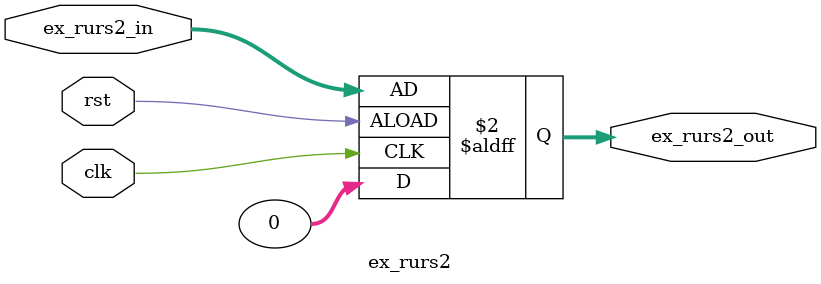
<source format=sv>
module ex_rurs2(
    input logic clk,
    input logic rst,
    input logic [31:0] ex_rurs2_in = 32'b0, 
    output logic [31:0] ex_rurs2_out
     
);

    always_ff @(posedge clk or negedge rst) begin
        if (rst) begin
            ex_rurs2_out <= 32'b0; 
        end else begin
            ex_rurs2_out <= ex_rurs2_in; 
        end
    end
endmodule
</source>
